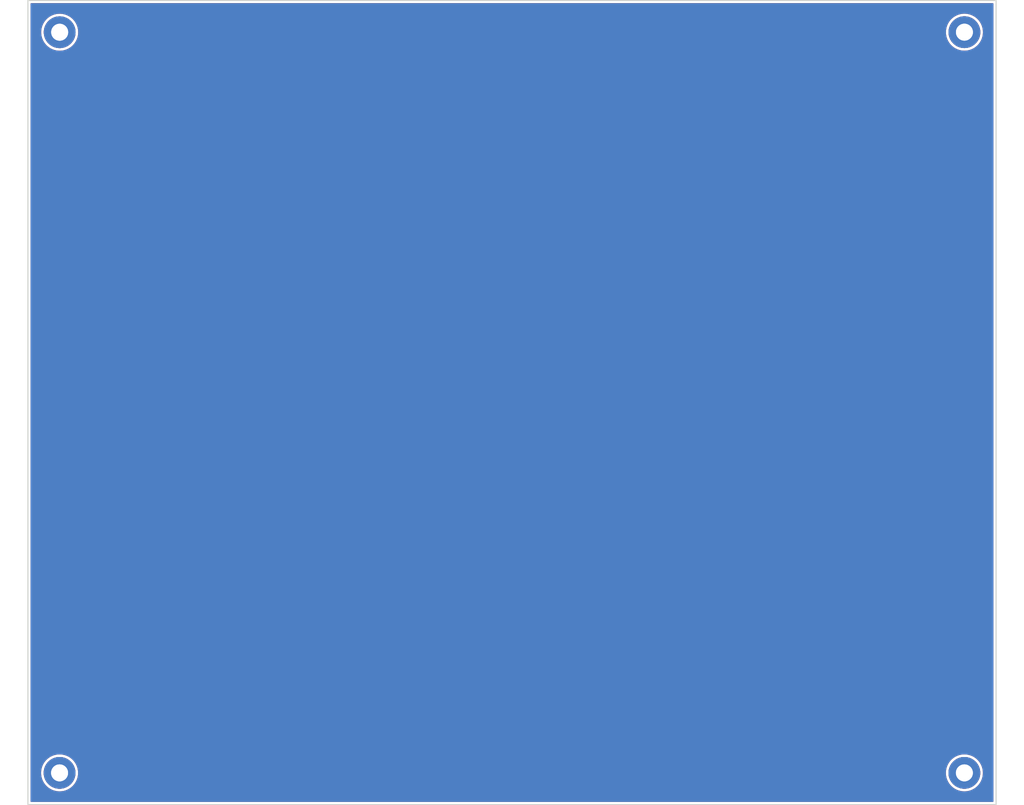
<source format=kicad_pcb>
(kicad_pcb (version 20240108) (generator "pcbnew") (generator_version "8.0")
  (layers (0 "F.Cu" signal) (31 "B.Cu" signal) (34 "B.Paste" user) (35 "F.Paste" user) (36 "B.SilkS" user "B.Silkscreen") (37 "F.SilkS" user "F.Silkscreen") (38 "B.Mask" user) (39 "F.Mask" user) (44 "Edge.Cuts" user))
  (net 0 "")
  (footprint "" (layer "F.Cu") (at 189.54 158.71)
    (property "Reference" "" (at 0 0 0) (layer "F.SilkS") (effects (font (size 1.27 1.27))))
    (property "Value" "")
    (pad "1" thru_hole circle (at 0 0) (size 6 6) (drill 3.2) (layers "*.Cu" "*.Mask"))
  )
  (footprint "PCM_SL_Mechanical:MountingHole_3.2mm_Pad" (layer "F.Cu") (at 18.43 18.54)
    (property "Reference" "H4" (hide yes))
    (property "Value" "MountingHole_M3_3.2mm_Pad")
    (pad "1" thru_hole circle (at 0 0) (size 6 6) (drill 3.2) (property pad_prop_castellated) (layers "*.Cu" "*.Mask"))
  )
  (footprint "PCM_SL_Mechanical:MountingHole_3.2mm_Pad" (layer "F.Cu") (at 189.55 18.53)
    (property "Reference" "H2" (hide yes))
    (property "Value" "MountingHole_M3_3.2mm_Pad")
    (pad "1" thru_hole circle (at 0 0) (size 6 6) (drill 3.2) (layers "*.Cu" "*.Mask"))
  )
  (footprint "" (layer "F.Cu") (at 18.41 158.71)
    (property "Reference" "" (at 0 0 0) (layer "F.SilkS") (effects (font (size 1.27 1.27))))
    (property "Value" "")
    (pad "1" thru_hole circle (at 0 0) (size 6 6) (drill 3.2) (layers "*.Cu" "*.Mask"))
  )
  (footprint "" (layer "F.Cu") (at 18.43 18.54)
    (property "Reference" "" (at 0 0 0) (layer "F.SilkS") (effects (font (size 1.27 1.27))))
    (property "Value" "")
    (pad "1" thru_hole circle (at 0 0) (size 6 6) (drill 3.2) (property pad_prop_castellated) (layers "*.Cu" "*.Mask"))
  )
  (footprint "PCM_SL_Mechanical:MountingHole_3.2mm_Pad" (layer "F.Cu") (at 189.54 158.71)
    (property "Reference" "H1" (hide yes))
    (property "Value" "MountingHole_M3_3.2mm_Pad")
    (pad "1" thru_hole circle (at 0 0) (size 6 6) (drill 3.2) (layers "*.Cu" "*.Mask"))
  )
  (footprint "" (layer "F.Cu") (at 189.55 18.53)
    (property "Reference" "" (at 0 0 0) (layer "F.SilkS") (effects (font (size 1.27 1.27))))
    (property "Value" "")
    (pad "1" thru_hole circle (at 0 0) (size 6 6) (drill 3.2) (layers "*.Cu" "*.Mask"))
  )
  (footprint "PCM_SL_Mechanical:MountingHole_3.2mm_Pad" (layer "F.Cu") (at 18.41 158.71)
    (property "Reference" "H3" (hide yes))
    (property "Value" "MountingHole_M3_3.2mm_Pad")
    (pad "1" thru_hole circle (at 0 0) (size 6 6) (drill 3.2) (layers "*.Cu" "*.Mask"))
  )
  (gr_rect (start 12.42 12.54) (end 195.54 164.71) (stroke (width 0.2)) (fill none) (layer "Edge.Cuts"))
  (zone (net 0) (net_name "") (layers "F&B.Cu") (connect_pads (clearance 0.5)) (min_thickness 0.25) (fill yes (thermal_gap 0.5) (thermal_bridge_width 0.5))
    (polygon (pts (xy 12.62 12.73) (xy 195.32 12.73) (xy 195.32 164.53) (xy 12.62 164.53)))
  )
)
</source>
